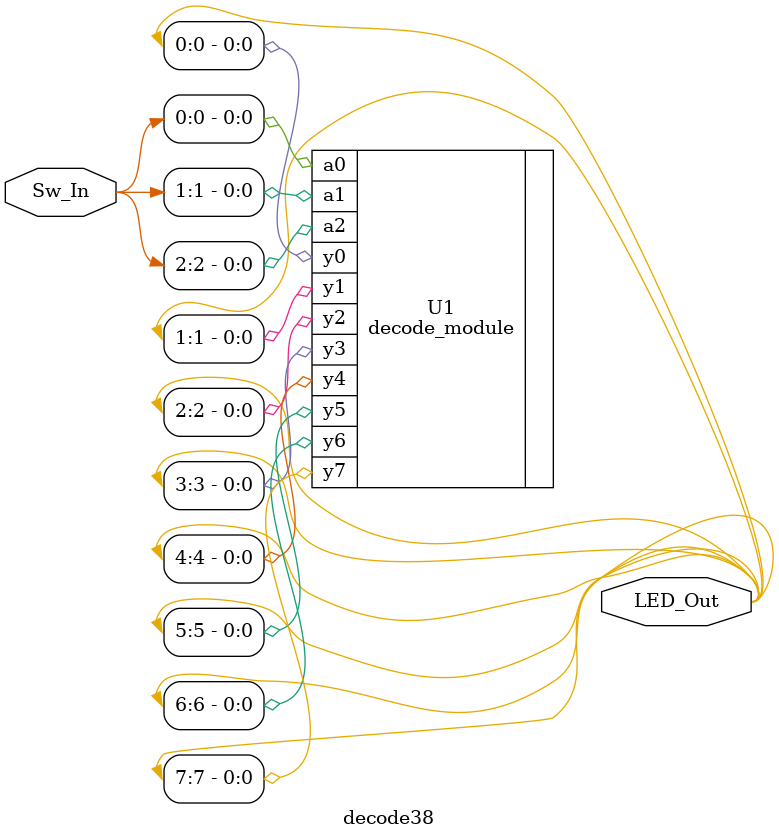
<source format=v>
module decode38
(
	Sw_In, LED_Out
);
	
	 input wire [2:0]Sw_In;
	 output wire [7:0]LED_Out;

	decode_module U1
	(
		.a2( Sw_In[2] ) ,	// input - from top
		.a1( Sw_In[1] ) ,	// input - from top
		.a0( Sw_In[0] ) ,	// input - from top
		.y7( LED_Out[7] ) ,	// output - to top
		.y6( LED_Out[6] ) ,	// output - to top
		.y5( LED_Out[5] ) ,	// output - to top
		.y4( LED_Out[4] ) ,	// output - to top
		.y3( LED_Out[3] ) ,	// output - to top
		.y2( LED_Out[2] ) ,	// output - to top
		.y1( LED_Out[1] ) ,	// output - to top
		.y0( LED_Out[0] ) 	// output - to top
	);
endmodule
</source>
